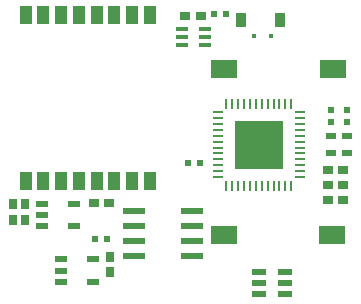
<source format=gtp>
G04*
G04 #@! TF.GenerationSoftware,Altium Limited,Altium Designer,18.0.9 (584)*
G04*
G04 Layer_Color=8421504*
%FSLAX25Y25*%
%MOIN*%
G70*
G01*
G75*
%ADD16R,0.01575X0.01575*%
%ADD17R,0.08622X0.06299*%
%ADD18R,0.03543X0.02756*%
%ADD19R,0.03543X0.02362*%
%ADD20R,0.02362X0.01968*%
%ADD21R,0.04800X0.02000*%
%ADD22R,0.02756X0.03543*%
%ADD23R,0.04400X0.01400*%
%ADD24R,0.01968X0.02362*%
%ADD25R,0.03937X0.02362*%
%ADD26R,0.07800X0.02100*%
%ADD27R,0.03937X0.05906*%
%ADD28R,0.01102X0.03347*%
%ADD29R,0.03347X0.01102*%
%ADD30R,0.16142X0.16142*%
%ADD31R,0.03600X0.04800*%
D16*
X188066Y188840D02*
D03*
X182554D02*
D03*
D17*
X208702Y177580D02*
D03*
X172560D02*
D03*
X208571Y122500D02*
D03*
X172429D02*
D03*
D18*
X206941Y134000D02*
D03*
X212059D02*
D03*
X207000Y144000D02*
D03*
X212118D02*
D03*
X206941Y139000D02*
D03*
X212059D02*
D03*
X159500Y195500D02*
D03*
X164618D02*
D03*
X128941Y133000D02*
D03*
X134059D02*
D03*
D19*
X208000Y149744D02*
D03*
Y155256D02*
D03*
X213500Y149744D02*
D03*
Y155256D02*
D03*
D20*
X208000Y160031D02*
D03*
Y163969D02*
D03*
X213500Y160031D02*
D03*
Y163969D02*
D03*
D21*
X184000Y102800D02*
D03*
Y106500D02*
D03*
Y110200D02*
D03*
X192800D02*
D03*
Y106500D02*
D03*
Y102800D02*
D03*
D22*
X134500Y115000D02*
D03*
Y109882D02*
D03*
X102000Y132559D02*
D03*
Y127441D02*
D03*
X106000Y132618D02*
D03*
Y127500D02*
D03*
D23*
X158500Y191000D02*
D03*
Y188400D02*
D03*
Y185800D02*
D03*
X166100D02*
D03*
Y188400D02*
D03*
Y191000D02*
D03*
D24*
X164500Y146500D02*
D03*
X160563D02*
D03*
X169063Y196000D02*
D03*
X173000D02*
D03*
X133500Y121000D02*
D03*
X129563D02*
D03*
D25*
X128913Y114240D02*
D03*
Y106760D02*
D03*
X118087D02*
D03*
Y110500D02*
D03*
Y114240D02*
D03*
X122413Y132740D02*
D03*
Y125260D02*
D03*
X111587D02*
D03*
Y129000D02*
D03*
Y132740D02*
D03*
D26*
X142300Y130500D02*
D03*
Y125500D02*
D03*
Y120500D02*
D03*
Y115500D02*
D03*
X161700D02*
D03*
Y120500D02*
D03*
Y125500D02*
D03*
Y130500D02*
D03*
D27*
X106331Y140441D02*
D03*
X112236D02*
D03*
X118142D02*
D03*
X124047D02*
D03*
X129953D02*
D03*
X135858D02*
D03*
X141764D02*
D03*
X147669D02*
D03*
Y195559D02*
D03*
X141764D02*
D03*
X135858D02*
D03*
X129953D02*
D03*
X124047D02*
D03*
X118142D02*
D03*
X112236D02*
D03*
X106331D02*
D03*
D28*
X194827Y166181D02*
D03*
X192858D02*
D03*
X190890D02*
D03*
X188921D02*
D03*
X186953D02*
D03*
X184984D02*
D03*
X183016D02*
D03*
X181047D02*
D03*
X179079D02*
D03*
X177110D02*
D03*
X175142D02*
D03*
X173173D02*
D03*
Y138819D02*
D03*
X175142D02*
D03*
X177110D02*
D03*
X179079D02*
D03*
X181047D02*
D03*
X183016D02*
D03*
X184984D02*
D03*
X186953D02*
D03*
X188921D02*
D03*
X190890D02*
D03*
X192858D02*
D03*
X194827D02*
D03*
D29*
X170319Y163327D02*
D03*
Y161358D02*
D03*
Y159390D02*
D03*
Y157421D02*
D03*
Y155453D02*
D03*
Y153484D02*
D03*
Y151516D02*
D03*
Y149547D02*
D03*
Y147579D02*
D03*
Y145610D02*
D03*
Y143642D02*
D03*
Y141673D02*
D03*
X197681D02*
D03*
Y143642D02*
D03*
Y145610D02*
D03*
Y147579D02*
D03*
Y149547D02*
D03*
Y151516D02*
D03*
Y153484D02*
D03*
Y155453D02*
D03*
Y157421D02*
D03*
Y159390D02*
D03*
Y161358D02*
D03*
Y163327D02*
D03*
D30*
X184000Y152500D02*
D03*
D31*
X190950Y194000D02*
D03*
X178050D02*
D03*
M02*

</source>
